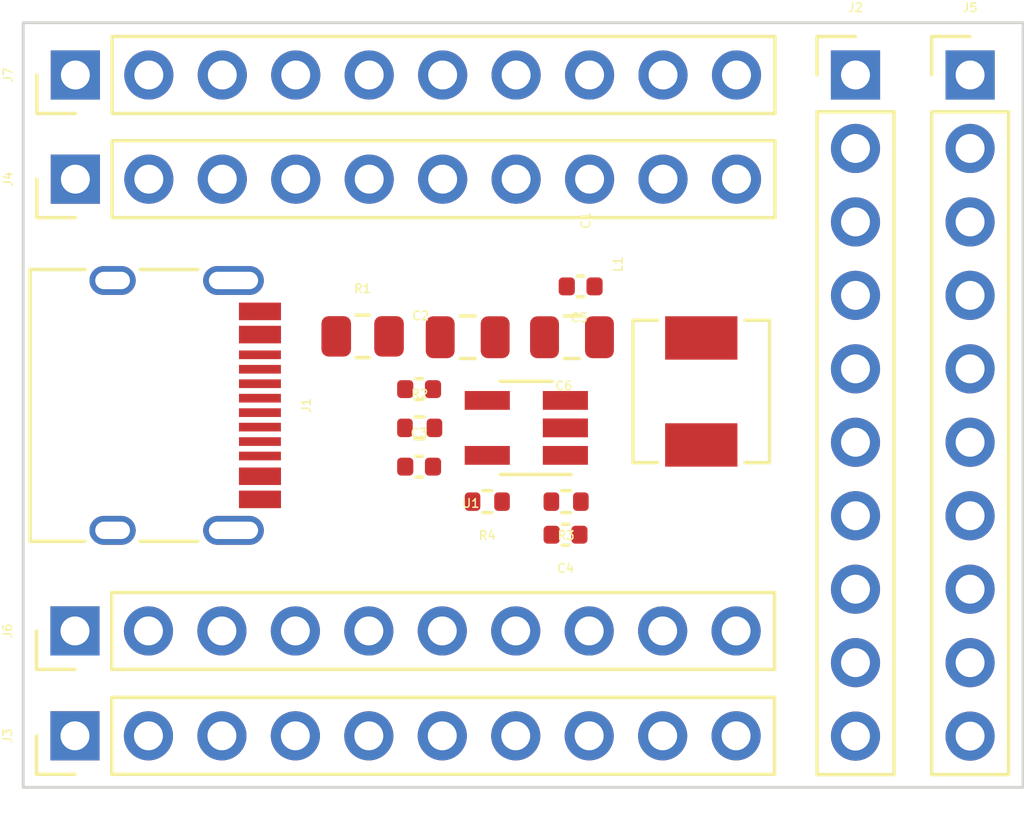
<source format=kicad_pcb>
(kicad_pcb (version 20221018) (generator pcbnew)
  (layers (0 "F.Cu" signal) (31 "B.Cu" signal) (34 "B.Paste" user) (35 "F.Paste" user) (36 "B.SilkS" user "B.Silkscreen") (37 "F.SilkS" user "F.Silkscreen") (38 "B.Mask" user) (39 "F.Mask" user) (44 "Edge.Cuts" user))
  (net 0 "")
  (net 1 "Net-(U1-IN)")
  (net 2 "GND")
  (net 3 "Net-(U1-EN)")
  (net 4 "+3V3")
  (net 5 "Net-(U1-FB)")
  (net 6 "+5V")
  (net 15 "VCC")
  (net 16 "Net-(U1-LX)")
  (footprint "Connector_PinHeader_2.54mm:PinHeader_1x10_P2.54mm_Vertical" (layer "F.Cu") (at 94.234 97.541 90)
    (fp_text reference "J7" (at 0 -2.33 90) (layer "F.SilkS") (effects (font (size 0.3 0.3) (thickness 0.05))))
    (fp_text value "GND")
    (fp_line (start -1.33 -1.33) (end 0 -1.33) (stroke (width 0.12)) (layer "F.SilkS"))
    (fp_line (start -1.33 0) (end -1.33 -1.33) (stroke (width 0.12)) (layer "F.SilkS"))
    (fp_line (start -1.33 1.27) (end -1.33 24.19) (stroke (width 0.12)) (layer "F.SilkS"))
    (fp_line (start -1.33 1.27) (end 1.33 1.27) (stroke (width 0.12)) (layer "F.SilkS"))
    (fp_line (start -1.33 24.19) (end 1.33 24.19) (stroke (width 0.12)) (layer "F.SilkS"))
    (fp_line (start 1.33 1.27) (end 1.33 24.19) (stroke (width 0.12)) (layer "F.SilkS"))
    (pad "1" thru_hole rect (at 0 0 90) (size 1.7 1.7) (drill 1) (layers "*.Cu" "*.Mask") (net 2 "GND"))
    (pad "2" thru_hole oval (at 0 2.54 90) (size 1.7 1.7) (drill 1) (layers "*.Cu" "*.Mask") (net 2 "GND"))
    (pad "3" thru_hole oval (at 0 5.08 90) (size 1.7 1.7) (drill 1) (layers "*.Cu" "*.Mask") (net 2 "GND"))
    (pad "4" thru_hole oval (at 0 7.62 90) (size 1.7 1.7) (drill 1) (layers "*.Cu" "*.Mask") (net 2 "GND"))
    (pad "5" thru_hole oval (at 0 10.16 90) (size 1.7 1.7) (drill 1) (layers "*.Cu" "*.Mask") (net 2 "GND"))
    (pad "6" thru_hole oval (at 0 12.7 90) (size 1.7 1.7) (drill 1) (layers "*.Cu" "*.Mask") (net 2 "GND"))
    (pad "7" thru_hole oval (at 0 15.24 90) (size 1.7 1.7) (drill 1) (layers "*.Cu" "*.Mask") (net 2 "GND"))
    (pad "8" thru_hole oval (at 0 17.78 90) (size 1.7 1.7) (drill 1) (layers "*.Cu" "*.Mask") (net 2 "GND"))
    (pad "9" thru_hole oval (at 0 20.32 90) (size 1.7 1.7) (drill 1) (layers "*.Cu" "*.Mask") (net 2 "GND"))
    (pad "10" thru_hole oval (at 0 22.86 90) (size 1.7 1.7) (drill 1) (layers "*.Cu" "*.Mask") (net 2 "GND"))
  )
  (footprint "Capacitor_SMD:C_0805_2012Metric" (layer "F.Cu") (at 111.4056 106.6084 180)
    (fp_text reference "C6" (at 0.2818 -1.68) (layer "F.SilkS") (effects (font (size 0.3 0.3) (thickness 0.05))))
    (fp_text value "10uF/16V(10%)" hide)
    (fp_line (start -0.261252 -0.735) (end 0.261252 -0.735) (stroke (width 0.12)) (layer "F.SilkS"))
    (fp_line (start -0.261252 0.735) (end 0.261252 0.735) (stroke (width 0.12)) (layer "F.SilkS"))
    (pad "1" smd roundrect (at -0.95 0 180) (size 1 1.45) (layers "F.Cu" "F.Paste" "F.Mask") (net 4 "+3V3"))
    (pad "2" smd roundrect (at 0.95 0 180) (size 1 1.45) (layers "F.Cu" "F.Paste" "F.Mask") (net 2 "GND"))
  )
  (footprint "Connector_PinHeader_2.54mm:PinHeader_1x10_P2.54mm_Vertical" (layer "F.Cu") (at 94.234 101.1428 90)
    (fp_text reference "J4" (at 0 -2.33 90) (layer "F.SilkS") (effects (font (size 0.3 0.3) (thickness 0.05))))
    (fp_text value "5V")
    (fp_line (start -1.33 -1.33) (end 0 -1.33) (stroke (width 0.12)) (layer "F.SilkS"))
    (fp_line (start -1.33 0) (end -1.33 -1.33) (stroke (width 0.12)) (layer "F.SilkS"))
    (fp_line (start -1.33 1.27) (end -1.33 24.19) (stroke (width 0.12)) (layer "F.SilkS"))
    (fp_line (start -1.33 1.27) (end 1.33 1.27) (stroke (width 0.12)) (layer "F.SilkS"))
    (fp_line (start -1.33 24.19) (end 1.33 24.19) (stroke (width 0.12)) (layer "F.SilkS"))
    (fp_line (start 1.33 1.27) (end 1.33 24.19) (stroke (width 0.12)) (layer "F.SilkS"))
    (pad "1" thru_hole rect (at 0 0 90) (size 1.7 1.7) (drill 1) (layers "*.Cu" "*.Mask") (net 6 "+5V"))
    (pad "2" thru_hole oval (at 0 2.54 90) (size 1.7 1.7) (drill 1) (layers "*.Cu" "*.Mask") (net 6 "+5V"))
    (pad "3" thru_hole oval (at 0 5.08 90) (size 1.7 1.7) (drill 1) (layers "*.Cu" "*.Mask") (net 6 "+5V"))
    (pad "4" thru_hole oval (at 0 7.62 90) (size 1.7 1.7) (drill 1) (layers "*.Cu" "*.Mask") (net 6 "+5V"))
    (pad "5" thru_hole oval (at 0 10.16 90) (size 1.7 1.7) (drill 1) (layers "*.Cu" "*.Mask") (net 6 "+5V"))
    (pad "6" thru_hole oval (at 0 12.7 90) (size 1.7 1.7) (drill 1) (layers "*.Cu" "*.Mask") (net 6 "+5V"))
    (pad "7" thru_hole oval (at 0 15.24 90) (size 1.7 1.7) (drill 1) (layers "*.Cu" "*.Mask") (net 6 "+5V"))
    (pad "8" thru_hole oval (at 0 17.78 90) (size 1.7 1.7) (drill 1) (layers "*.Cu" "*.Mask") (net 6 "+5V"))
    (pad "9" thru_hole oval (at 0 20.32 90) (size 1.7 1.7) (drill 1) (layers "*.Cu" "*.Mask") (net 6 "+5V"))
    (pad "10" thru_hole oval (at 0 22.86 90) (size 1.7 1.7) (drill 1) (layers "*.Cu" "*.Mask") (net 6 "+5V"))
  )
  (footprint "Resistor_SMD:R_0402_1005Metric" (layer "F.Cu") (at 108.477 112.2934 180)
    (fp_text reference "R4" (at 0 -1.17) (layer "F.SilkS") (effects (font (size 0.3 0.3) (thickness 0.05))))
    (fp_text value "150K(1%)" hide)
    (fp_line (start -0.153641 -0.38) (end 0.153641 -0.38) (stroke (width 0.12)) (layer "F.SilkS"))
    (fp_line (start -0.153641 0.38) (end 0.153641 0.38) (stroke (width 0.12)) (layer "F.SilkS"))
    (pad "1" smd roundrect (at -0.51 0 180) (size 0.54 0.64) (layers "F.Cu" "F.Paste" "F.Mask") (net 5 "Net-(U1-FB)"))
    (pad "2" smd roundrect (at 0.51 0 180) (size 0.54 0.64) (layers "F.Cu" "F.Paste" "F.Mask") (net 2 "GND"))
  )
  (footprint "Resistor_SMD:R_0805_2012Metric" (layer "F.Cu") (at 104.1666 106.5784)
    (fp_text reference "R1" (at 0 -1.65) (layer "F.SilkS") (effects (font (size 0.3 0.3) (thickness 0.05))))
    (fp_text value "0(1%)" hide)
    (fp_line (start -0.227064 -0.735) (end 0.227064 -0.735) (stroke (width 0.12)) (layer "F.SilkS"))
    (fp_line (start -0.227064 0.735) (end 0.227064 0.735) (stroke (width 0.12)) (layer "F.SilkS"))
    (pad "1" smd roundrect (at -0.9125 0) (size 1.025 1.4) (layers "F.Cu" "F.Paste" "F.Mask") (roundrect_rratio 0.243902) (net 6 "+5V"))
    (pad "2" smd roundrect (at 0.9125 0) (size 1.025 1.4) (layers "F.Cu" "F.Paste" "F.Mask") (roundrect_rratio 0.243902) (net 1 "Net-(U1-IN)"))
  )
  (footprint "Resistor_SMD:R_0402_1005Metric" (layer "F.Cu") (at 106.1398 109.7432)
    (fp_text reference "R2" (at 0 -1.17) (layer "F.SilkS") (effects (font (size 0.3 0.3) (thickness 0.05))))
    (fp_text value "10K(1%)" hide)
    (fp_line (start -0.153641 -0.38) (end 0.153641 -0.38) (stroke (width 0.12)) (layer "F.SilkS"))
    (fp_line (start -0.153641 0.38) (end 0.153641 0.38) (stroke (width 0.12)) (layer "F.SilkS"))
    (pad "1" smd roundrect (at -0.51 0) (size 0.54 0.64) (layers "F.Cu" "F.Paste" "F.Mask") (net 3 "Net-(U1-EN)"))
    (pad "2" smd roundrect (at 0.51 0) (size 0.54 0.64) (layers "F.Cu" "F.Paste" "F.Mask") (net 1 "Net-(U1-IN)"))
  )
  (footprint "Connector_PinHeader_2.54mm:PinHeader_1x10_P2.54mm_Vertical" (layer "F.Cu") (at 125.1712 97.541)
    (fp_text reference "J5" (at 0 -2.33) (layer "F.SilkS") (effects (font (size 0.3 0.3) (thickness 0.05))))
    (fp_text value "GND")
    (fp_line (start -1.33 -1.33) (end 0 -1.33) (stroke (width 0.12)) (layer "F.SilkS"))
    (fp_line (start -1.33 0) (end -1.33 -1.33) (stroke (width 0.12)) (layer "F.SilkS"))
    (fp_line (start -1.33 1.27) (end -1.33 24.19) (stroke (width 0.12)) (layer "F.SilkS"))
    (fp_line (start -1.33 1.27) (end 1.33 1.27) (stroke (width 0.12)) (layer "F.SilkS"))
    (fp_line (start -1.33 24.19) (end 1.33 24.19) (stroke (width 0.12)) (layer "F.SilkS"))
    (fp_line (start 1.33 1.27) (end 1.33 24.19) (stroke (width 0.12)) (layer "F.SilkS"))
    (pad "1" thru_hole rect (at 0 0) (size 1.7 1.7) (drill 1) (layers "*.Cu" "*.Mask") (net 2 "GND"))
    (pad "2" thru_hole oval (at 0 2.54) (size 1.7 1.7) (drill 1) (layers "*.Cu" "*.Mask") (net 2 "GND"))
    (pad "3" thru_hole oval (at 0 5.08) (size 1.7 1.7) (drill 1) (layers "*.Cu" "*.Mask") (net 2 "GND"))
    (pad "4" thru_hole oval (at 0 7.62) (size 1.7 1.7) (drill 1) (layers "*.Cu" "*.Mask") (net 2 "GND"))
    (pad "5" thru_hole oval (at 0 10.16) (size 1.7 1.7) (drill 1) (layers "*.Cu" "*.Mask") (net 2 "GND"))
    (pad "6" thru_hole oval (at 0 12.7) (size 1.7 1.7) (drill 1) (layers "*.Cu" "*.Mask") (net 2 "GND"))
    (pad "7" thru_hole oval (at 0 15.24) (size 1.7 1.7) (drill 1) (layers "*.Cu" "*.Mask") (net 2 "GND"))
    (pad "8" thru_hole oval (at 0 17.78) (size 1.7 1.7) (drill 1) (layers "*.Cu" "*.Mask") (net 2 "GND"))
    (pad "9" thru_hole oval (at 0 20.32) (size 1.7 1.7) (drill 1) (layers "*.Cu" "*.Mask") (net 2 "GND"))
    (pad "10" thru_hole oval (at 0 22.86) (size 1.7 1.7) (drill 1) (layers "*.Cu" "*.Mask") (net 2 "GND"))
  )
  (footprint "Capacitor_SMD:C_0402_1005Metric" (layer "F.Cu") (at 111.7052 104.8512 180)
    (fp_text reference "C5" (at 0.0496 -1.0838) (layer "F.SilkS") (effects (font (size 0.3 0.3) (thickness 0.05))))
    (fp_text value "100nF/10V(5%)" hide)
    (fp_line (start -0.107836 -0.36) (end 0.107836 -0.36) (stroke (width 0.12)) (layer "F.SilkS"))
    (fp_line (start -0.107836 0.36) (end 0.107836 0.36) (stroke (width 0.12)) (layer "F.SilkS"))
    (pad "1" smd roundrect (at -0.48 0 180) (size 0.56 0.62) (layers "F.Cu" "F.Paste" "F.Mask") (net 4 "+3V3"))
    (pad "2" smd roundrect (at 0.48 0 180) (size 0.56 0.62) (layers "F.Cu" "F.Paste" "F.Mask") (net 2 "GND"))
  )
  (footprint "Capacitor_SMD:C_0402_1005Metric" (layer "F.Cu") (at 111.1824 113.4364 180)
    (fp_text reference "C4" (at 0 -1.16) (layer "F.SilkS") (effects (font (size 0.3 0.3) (thickness 0.05))))
    (fp_text value "22pF/50V(5%)" hide)
    (fp_line (start -0.107836 -0.36) (end 0.107836 -0.36) (stroke (width 0.12)) (layer "F.SilkS"))
    (fp_line (start -0.107836 0.36) (end 0.107836 0.36) (stroke (width 0.12)) (layer "F.SilkS"))
    (pad "1" smd roundrect (at -0.48 0 180) (size 0.56 0.62) (layers "F.Cu" "F.Paste" "F.Mask") (net 4 "+3V3"))
    (pad "2" smd roundrect (at 0.48 0 180) (size 0.56 0.62) (layers "F.Cu" "F.Paste" "F.Mask") (net 5 "Net-(U1-FB)"))
  )
  (footprint "Capacitor_SMD:C_0402_1005Metric" (layer "F.Cu") (at 106.1198 108.4032 180)
    (fp_text reference "C2" (at -0.0508 2.53655) (layer "F.SilkS") (effects (font (size 0.3 0.3) (thickness 0.05))))
    (fp_text value "100nF/16V(10%)" hide)
    (fp_line (start -0.107836 -0.36) (end 0.107836 -0.36) (stroke (width 0.12)) (layer "F.SilkS"))
    (fp_line (start -0.107836 0.36) (end 0.107836 0.36) (stroke (width 0.12)) (layer "F.SilkS"))
    (pad "1" smd roundrect (at -0.48 0 180) (size 0.56 0.62) (layers "F.Cu" "F.Paste" "F.Mask") (net 1 "Net-(U1-IN)"))
    (pad "2" smd roundrect (at 0.48 0 180) (size 0.56 0.62) (layers "F.Cu" "F.Paste" "F.Mask") (net 2 "GND"))
  )
  (footprint "Connector_PinHeader_2.54mm:PinHeader_1x10_P2.54mm_Vertical" (layer "F.Cu") (at 121.2088 97.541)
    (fp_text reference "J2" (at 0 -2.33) (layer "F.SilkS") (effects (font (size 0.3 0.3) (thickness 0.05))))
    (fp_text value "3V3")
    (fp_line (start -1.33 -1.33) (end 0 -1.33) (stroke (width 0.12)) (layer "F.SilkS"))
    (fp_line (start -1.33 0) (end -1.33 -1.33) (stroke (width 0.12)) (layer "F.SilkS"))
    (fp_line (start -1.33 1.27) (end -1.33 24.19) (stroke (width 0.12)) (layer "F.SilkS"))
    (fp_line (start -1.33 1.27) (end 1.33 1.27) (stroke (width 0.12)) (layer "F.SilkS"))
    (fp_line (start -1.33 24.19) (end 1.33 24.19) (stroke (width 0.12)) (layer "F.SilkS"))
    (fp_line (start 1.33 1.27) (end 1.33 24.19) (stroke (width 0.12)) (layer "F.SilkS"))
    (pad "1" thru_hole rect (at 0 0) (size 1.7 1.7) (drill 1) (layers "*.Cu" "*.Mask") (net 4 "+3V3"))
    (pad "2" thru_hole oval (at 0 2.54) (size 1.7 1.7) (drill 1) (layers "*.Cu" "*.Mask") (net 4 "+3V3"))
    (pad "3" thru_hole oval (at 0 5.08) (size 1.7 1.7) (drill 1) (layers "*.Cu" "*.Mask") (net 4 "+3V3"))
    (pad "4" thru_hole oval (at 0 7.62) (size 1.7 1.7) (drill 1) (layers "*.Cu" "*.Mask") (net 4 "+3V3"))
    (pad "5" thru_hole oval (at 0 10.16) (size 1.7 1.7) (drill 1) (layers "*.Cu" "*.Mask") (net 4 "+3V3"))
    (pad "6" thru_hole oval (at 0 12.7) (size 1.7 1.7) (drill 1) (layers "*.Cu" "*.Mask") (net 4 "+3V3"))
    (pad "7" thru_hole oval (at 0 15.24) (size 1.7 1.7) (drill 1) (layers "*.Cu" "*.Mask") (net 4 "+3V3"))
    (pad "8" thru_hole oval (at 0 17.78) (size 1.7 1.7) (drill 1) (layers "*.Cu" "*.Mask") (net 4 "+3V3"))
    (pad "9" thru_hole oval (at 0 20.32) (size 1.7 1.7) (drill 1) (layers "*.Cu" "*.Mask") (net 4 "+3V3"))
    (pad "10" thru_hole oval (at 0 22.86) (size 1.7 1.7) (drill 1) (layers "*.Cu" "*.Mask") (net 4 "+3V3"))
  )
  (footprint "Resistor_SMD:R_0402_1005Metric" (layer "F.Cu") (at 111.2024 112.2934 180)
    (fp_text reference "R3" (at 0 -1.17) (layer "F.SilkS") (effects (font (size 0.3 0.3) (thickness 0.05))))
    (fp_text value "680K(1%)" hide)
    (fp_line (start -0.153641 -0.38) (end 0.153641 -0.38) (stroke (width 0.12)) (layer "F.SilkS"))
    (fp_line (start -0.153641 0.38) (end 0.153641 0.38) (stroke (width 0.12)) (layer "F.SilkS"))
    (pad "1" smd roundrect (at -0.51 0 180) (size 0.54 0.64) (layers "F.Cu" "F.Paste" "F.Mask") (net 4 "+3V3"))
    (pad "2" smd roundrect (at 0.51 0 180) (size 0.54 0.64) (layers "F.Cu" "F.Paste" "F.Mask") (net 5 "Net-(U1-FB)"))
  )
  (footprint "Capacitor_SMD:C_0805_2012Metric" (layer "F.Cu") (at 107.7988 106.6084)
    (fp_text reference "C1" (at 4.0858 -4.0386 90) (layer "F.SilkS") (effects (font (size 0.3 0.3) (thickness 0.05))))
    (fp_text value "10uF/16V(10%)" hide)
    (fp_line (start -0.261252 -0.735) (end 0.261252 -0.735) (stroke (width 0.12)) (layer "F.SilkS"))
    (fp_line (start -0.261252 0.735) (end 0.261252 0.735) (stroke (width 0.12)) (layer "F.SilkS"))
    (pad "1" smd roundrect (at -0.95 0) (size 1 1.45) (layers "F.Cu" "F.Paste" "F.Mask") (net 1 "Net-(U1-IN)"))
    (pad "2" smd roundrect (at 0.95 0) (size 1 1.45) (layers "F.Cu" "F.Paste" "F.Mask") (net 2 "GND"))
  )
  (footprint "Connector_PinHeader_2.54mm:PinHeader_1x10_P2.54mm_Vertical" (layer "F.Cu") (at 94.2208 116.7638 90)
    (fp_text reference "J6" (at 0 -2.33 90) (layer "F.SilkS") (effects (font (size 0.3 0.3) (thickness 0.05))))
    (fp_text value "Custom")
    (fp_line (start -1.33 -1.33) (end 0 -1.33) (stroke (width 0.12)) (layer "F.SilkS"))
    (fp_line (start -1.33 0) (end -1.33 -1.33) (stroke (width 0.12)) (layer "F.SilkS"))
    (fp_line (start -1.33 1.27) (end -1.33 24.19) (stroke (width 0.12)) (layer "F.SilkS"))
    (fp_line (start -1.33 1.27) (end 1.33 1.27) (stroke (width 0.12)) (layer "F.SilkS"))
    (fp_line (start -1.33 24.19) (end 1.33 24.19) (stroke (width 0.12)) (layer "F.SilkS"))
    (fp_line (start 1.33 1.27) (end 1.33 24.19) (stroke (width 0.12)) (layer "F.SilkS"))
    (pad "1" thru_hole rect (at 0 0 90) (size 1.7 1.7) (drill 1) (layers "*.Cu" "*.Mask") (net 15 "VCC"))
    (pad "2" thru_hole oval (at 0 2.54 90) (size 1.7 1.7) (drill 1) (layers "*.Cu" "*.Mask") (net 15 "VCC"))
    (pad "3" thru_hole oval (at 0 5.08 90) (size 1.7 1.7) (drill 1) (layers "*.Cu" "*.Mask") (net 15 "VCC"))
    (pad "4" thru_hole oval (at 0 7.62 90) (size 1.7 1.7) (drill 1) (layers "*.Cu" "*.Mask") (net 15 "VCC"))
    (pad "5" thru_hole oval (at 0 10.16 90) (size 1.7 1.7) (drill 1) (layers "*.Cu" "*.Mask") (net 15 "VCC"))
    (pad "6" thru_hole oval (at 0 12.7 90) (size 1.7 1.7) (drill 1) (layers "*.Cu" "*.Mask") (net 15 "VCC"))
    (pad "7" thru_hole oval (at 0 15.24 90) (size 1.7 1.7) (drill 1) (layers "*.Cu" "*.Mask") (net 15 "VCC"))
    (pad "8" thru_hole oval (at 0 17.78 90) (size 1.7 1.7) (drill 1) (layers "*.Cu" "*.Mask") (net 15 "VCC"))
    (pad "9" thru_hole oval (at 0 20.32 90) (size 1.7 1.7) (drill 1) (layers "*.Cu" "*.Mask") (net 15 "VCC"))
    (pad "10" thru_hole oval (at 0 22.86 90) (size 1.7 1.7) (drill 1) (layers "*.Cu" "*.Mask") (net 15 "VCC"))
  )
  (footprint "Connector_USB:USB_C_Receptacle_HRO_TYPE-C-31-M-12" (layer "F.Cu") (at 96.5708 108.966 -90)
    (fp_text reference "J1" (at 0 -5.645 90) (layer "F.SilkS") (effects (font (size 0.3 0.3) (thickness 0.05))))
    (fp_text value "USB_C_Receptacle_USB2.0" hide)
    (fp_line (start -4.7 -1.9) (end -4.7 0.1) (stroke (width 0.12)) (layer "F.SilkS"))
    (fp_line (start -4.7 2) (end -4.7 3.9) (stroke (width 0.12)) (layer "F.SilkS"))
    (fp_line (start -4.7 3.9) (end 4.7 3.9) (stroke (width 0.12)) (layer "F.SilkS"))
    (fp_line (start 4.7 -1.9) (end 4.7 0.1) (stroke (width 0.12)) (layer "F.SilkS"))
    (fp_line (start 4.7 2) (end 4.7 3.9) (stroke (width 0.12)) (layer "F.SilkS"))
    (pad "" np_thru_hole circle (at -2.89 -2.6 270) (size 0.65 0.65) (drill 0.65) (layers "*.Cu" "*.Mask"))
    (pad "" np_thru_hole circle (at 2.89 -2.6 270) (size 0.65 0.65) (drill 0.65) (layers "*.Cu" "*.Mask"))
    (pad "A1" smd rect (at -3.25 -4.045 270) (size 0.6 1.45) (layers "F.Cu" "F.Paste" "F.Mask") (net 2 "GND"))
    (pad "A4" smd rect (at -2.45 -4.045 270) (size 0.6 1.45) (layers "F.Cu" "F.Paste" "F.Mask") (net 6 "+5V"))
    (pad "A5" smd rect (at -1.25 -4.045 270) (size 0.3 1.45) (layers "F.Cu" "F.Paste" "F.Mask"))
    (pad "A6" smd rect (at -0.25 -4.045 270) (size 0.3 1.45) (layers "F.Cu" "F.Paste" "F.Mask"))
    (pad "A7" smd rect (at 0.25 -4.045 270) (size 0.3 1.45) (layers "F.Cu" "F.Paste" "F.Mask"))
    (pad "A8" smd rect (at 1.25 -4.045 270) (size 0.3 1.45) (layers "F.Cu" "F.Paste" "F.Mask"))
    (pad "A9" smd rect (at 2.45 -4.045 270) (size 0.6 1.45) (layers "F.Cu" "F.Paste" "F.Mask") (net 6 "+5V"))
    (pad "A12" smd rect (at 3.25 -4.045 270) (size 0.6 1.45) (layers "F.Cu" "F.Paste" "F.Mask") (net 2 "GND"))
    (pad "B1" smd rect (at 3.25 -4.045 270) (size 0.6 1.45) (layers "F.Cu" "F.Paste" "F.Mask") (net 2 "GND"))
    (pad "B4" smd rect (at 2.45 -4.045 270) (size 0.6 1.45) (layers "F.Cu" "F.Paste" "F.Mask") (net 6 "+5V"))
    (pad "B5" smd rect (at 1.75 -4.045 270) (size 0.3 1.45) (layers "F.Cu" "F.Paste" "F.Mask"))
    (pad "B6" smd rect (at 0.75 -4.045 270) (size 0.3 1.45) (layers "F.Cu" "F.Paste" "F.Mask"))
    (pad "B7" smd rect (at -0.75 -4.045 270) (size 0.3 1.45) (layers "F.Cu" "F.Paste" "F.Mask"))
    (pad "B8" smd rect (at -1.75 -4.045 270) (size 0.3 1.45) (layers "F.Cu" "F.Paste" "F.Mask"))
    (pad "B9" smd rect (at -2.45 -4.045 270) (size 0.6 1.45) (layers "F.Cu" "F.Paste" "F.Mask") (net 6 "+5V"))
    (pad "B12" smd rect (at -3.25 -4.045 270) (size 0.6 1.45) (layers "F.Cu" "F.Paste" "F.Mask") (net 2 "GND"))
    (pad "S1" thru_hole oval (at -4.32 -3.13 270) (size 1 2.1) (drill oval 0.6 1.7) (layers "*.Cu" "*.Mask") (net 2 "GND"))
    (pad "S1" thru_hole oval (at -4.32 1.05 270) (size 1 1.6) (drill oval 0.6 1.2) (layers "*.Cu" "*.Mask") (net 2 "GND"))
    (pad "S1" thru_hole oval (at 4.32 -3.13 270) (size 1 2.1) (drill oval 0.6 1.7) (layers "*.Cu" "*.Mask") (net 2 "GND"))
    (pad "S1" thru_hole oval (at 4.32 1.05 270) (size 1 1.6) (drill oval 0.6 1.2) (layers "*.Cu" "*.Mask") (net 2 "GND"))
  )
  (footprint "Capacitor_SMD:C_0402_1005Metric" (layer "F.Cu") (at 106.1198 111.0832)
    (fp_text reference "C3" (at 0 -1.16) (layer "F.SilkS") (effects (font (size 0.3 0.3) (thickness 0.05))))
    (fp_text value "1uF/16V(10%)(NC)" hide)
    (fp_line (start -0.107836 -0.36) (end 0.107836 -0.36) (stroke (width 0.12)) (layer "F.SilkS"))
    (fp_line (start -0.107836 0.36) (end 0.107836 0.36) (stroke (width 0.12)) (layer "F.SilkS"))
    (pad "1" smd roundrect (at -0.48 0) (size 0.56 0.62) (layers "F.Cu" "F.Paste" "F.Mask") (net 3 "Net-(U1-EN)"))
    (pad "2" smd roundrect (at 0.48 0) (size 0.56 0.62) (layers "F.Cu" "F.Paste" "F.Mask") (net 2 "GND"))
  )
  (footprint "Inductor_SMD:L_Sunlord_MWSA0402S" (layer "F.Cu") (at 115.876 108.4834 90)
    (fp_text reference "L1" (at 4.3942 -2.8714 90) (layer "F.SilkS") (effects (font (size 0.3 0.3) (thickness 0.05))))
    (fp_text value "2.2uH(20%)" hide)
    (fp_line (start -2.46 -2.36) (end -2.46 -1.51) (stroke (width 0.12)) (layer "F.SilkS"))
    (fp_line (start -2.46 -2.36) (end 2.46 -2.36) (stroke (width 0.12)) (layer "F.SilkS"))
    (fp_line (start -2.46 2.36) (end -2.46 1.51) (stroke (width 0.12)) (layer "F.SilkS"))
    (fp_line (start -2.46 2.36) (end 2.46 2.36) (stroke (width 0.12)) (layer "F.SilkS"))
    (fp_line (start 2.46 -2.36) (end 2.46 -1.51) (stroke (width 0.12)) (layer "F.SilkS"))
    (fp_line (start 2.46 2.36) (end 2.46 1.51) (stroke (width 0.12)) (layer "F.SilkS"))
    (pad "1" smd rect (at -1.85 0 90) (size 1.5 2.5) (layers "F.Cu" "F.Paste" "F.Mask") (net 16 "Net-(U1-LX)"))
    (pad "2" smd rect (at 1.85 0 90) (size 1.5 2.5) (layers "F.Cu" "F.Paste" "F.Mask") (net 4 "+3V3"))
  )
  (footprint "Connector_PinHeader_2.54mm:PinHeader_1x10_P2.54mm_Vertical" (layer "F.Cu") (at 94.2208 120.391 90)
    (fp_text reference "J3" (at 0 -2.33 90) (layer "F.SilkS") (effects (font (size 0.3 0.3) (thickness 0.05))))
    (fp_text value "GND")
    (fp_line (start -1.33 -1.33) (end 0 -1.33) (stroke (width 0.12)) (layer "F.SilkS"))
    (fp_line (start -1.33 0) (end -1.33 -1.33) (stroke (width 0.12)) (layer "F.SilkS"))
    (fp_line (start -1.33 1.27) (end -1.33 24.19) (stroke (width 0.12)) (layer "F.SilkS"))
    (fp_line (start -1.33 1.27) (end 1.33 1.27) (stroke (width 0.12)) (layer "F.SilkS"))
    (fp_line (start -1.33 24.19) (end 1.33 24.19) (stroke (width 0.12)) (layer "F.SilkS"))
    (fp_line (start 1.33 1.27) (end 1.33 24.19) (stroke (width 0.12)) (layer "F.SilkS"))
    (pad "1" thru_hole rect (at 0 0 90) (size 1.7 1.7) (drill 1) (layers "*.Cu" "*.Mask") (net 2 "GND"))
    (pad "2" thru_hole oval (at 0 2.54 90) (size 1.7 1.7) (drill 1) (layers "*.Cu" "*.Mask") (net 2 "GND"))
    (pad "3" thru_hole oval (at 0 5.08 90) (size 1.7 1.7) (drill 1) (layers "*.Cu" "*.Mask") (net 2 "GND"))
    (pad "4" thru_hole oval (at 0 7.62 90) (size 1.7 1.7) (drill 1) (layers "*.Cu" "*.Mask") (net 2 "GND"))
    (pad "5" thru_hole oval (at 0 10.16 90) (size 1.7 1.7) (drill 1) (layers "*.Cu" "*.Mask") (net 2 "GND"))
    (pad "6" thru_hole oval (at 0 12.7 90) (size 1.7 1.7) (drill 1) (layers "*.Cu" "*.Mask") (net 2 "GND"))
    (pad "7" thru_hole oval (at 0 15.24 90) (size 1.7 1.7) (drill 1) (layers "*.Cu" "*.Mask") (net 2 "GND"))
    (pad "8" thru_hole oval (at 0 17.78 90) (size 1.7 1.7) (drill 1) (layers "*.Cu" "*.Mask") (net 2 "GND"))
    (pad "9" thru_hole oval (at 0 20.32 90) (size 1.7 1.7) (drill 1) (layers "*.Cu" "*.Mask") (net 2 "GND"))
    (pad "10" thru_hole oval (at 0 22.86 90) (size 1.7 1.7) (drill 1) (layers "*.Cu" "*.Mask") (net 2 "GND"))
  )
  (footprint "Package_TO_SOT_SMD:SOT-23-5_HandSoldering" (layer "F.Cu") (at 109.827 109.7432 180)
    (fp_text reference "U1" (at 1.9228 -2.6068 180) (layer "F.SilkS") (effects (font (size 0.3 0.3) (thickness 0.05))))
    (fp_text value "ETA3409S2F" hide)
    (fp_line (start -0.9 1.61) (end 0.9 1.61) (stroke (width 0.12)) (layer "F.SilkS"))
    (fp_line (start 0.9 -1.61) (end -1.55 -1.61) (stroke (width 0.12)) (layer "F.SilkS"))
    (pad "1" smd rect (at -1.35 -0.95 180) (size 1.56 0.65) (layers "F.Cu" "F.Paste" "F.Mask") (net 3 "Net-(U1-EN)"))
    (pad "2" smd rect (at -1.35 0 180) (size 1.56 0.65) (layers "F.Cu" "F.Paste" "F.Mask") (net 2 "GND"))
    (pad "3" smd rect (at -1.35 0.95 180) (size 1.56 0.65) (layers "F.Cu" "F.Paste" "F.Mask") (net 16 "Net-(U1-LX)"))
    (pad "4" smd rect (at 1.35 0.95 180) (size 1.56 0.65) (layers "F.Cu" "F.Paste" "F.Mask") (net 1 "Net-(U1-IN)"))
    (pad "5" smd rect (at 1.35 -0.95 180) (size 1.56 0.65) (layers "F.Cu" "F.Paste" "F.Mask") (net 5 "Net-(U1-FB)"))
  )
  (gr_rect (start 92.4306 95.7326) (end 127 122.174) (stroke (width 0.1)) (fill none) (layer "Edge.Cuts"))
)
</source>
